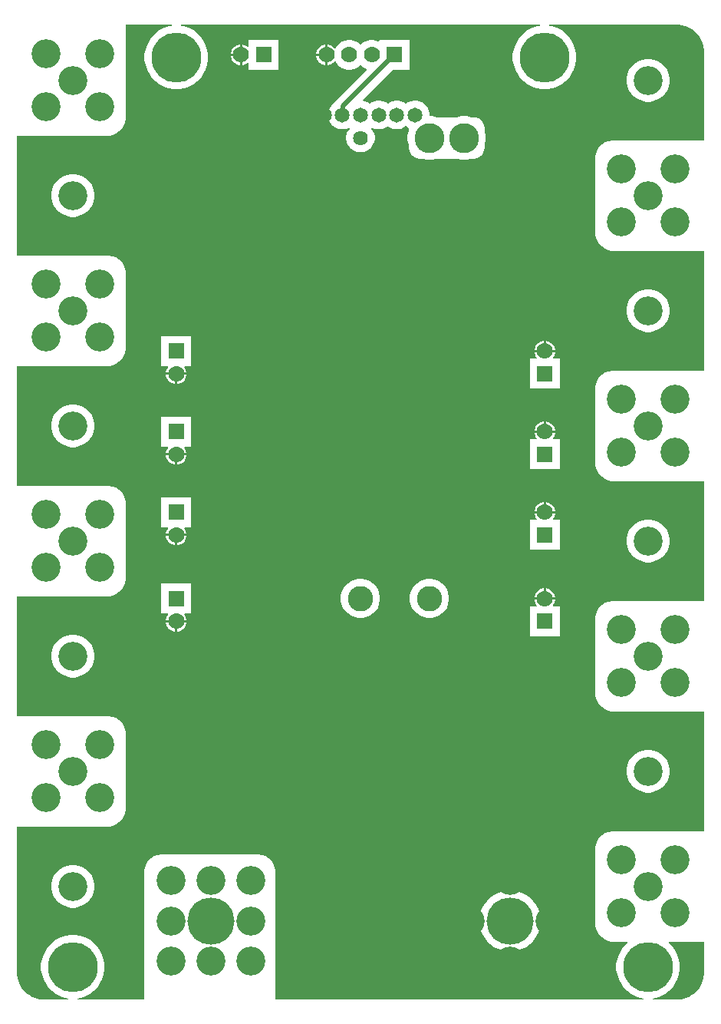
<source format=gbl>
G04*
G04 #@! TF.GenerationSoftware,Altium Limited,Altium Designer,21.0.9 (235)*
G04*
G04 Layer_Physical_Order=2*
G04 Layer_Color=16711680*
%FSLAX25Y25*%
%MOIN*%
G70*
G04*
G04 #@! TF.SameCoordinates,48245F2E-F664-4D94-B968-13FC6DAFA765*
G04*
G04*
G04 #@! TF.FilePolarity,Positive*
G04*
G01*
G75*
%ADD29R,0.07000X0.07000*%
%ADD30C,0.07000*%
%ADD31R,0.07000X0.07000*%
%ADD45C,0.02000*%
%ADD47C,0.06400*%
%ADD48C,0.11000*%
%ADD49C,0.13000*%
%ADD50C,0.06500*%
%ADD51C,0.20472*%
%ADD52C,0.12598*%
%ADD53C,0.21654*%
%ADD54C,0.05000*%
G36*
X289787Y423997D02*
X291268Y423600D01*
X292685Y423013D01*
X294012Y422247D01*
X295229Y421313D01*
X296313Y420229D01*
X297247Y419012D01*
X298013Y417685D01*
X298600Y416268D01*
X298997Y414787D01*
X299197Y413267D01*
Y412500D01*
Y374000D01*
X260000Y374000D01*
X259212D01*
X257666Y373693D01*
X256211Y373090D01*
X254900Y372214D01*
X253786Y371100D01*
X252910Y369789D01*
X252308Y368334D01*
X252000Y366788D01*
X252000Y366000D01*
X252000Y366000D01*
X252000Y366000D01*
X252000Y334000D01*
Y333212D01*
X252308Y331666D01*
X252910Y330211D01*
X253786Y328900D01*
X254900Y327786D01*
X256211Y326910D01*
X257666Y326308D01*
X259212Y326000D01*
X260000Y326000D01*
X260000Y326000D01*
X299197Y326000D01*
Y274000D01*
X260000Y274000D01*
X259212D01*
X257666Y273693D01*
X256211Y273090D01*
X254900Y272214D01*
X253786Y271100D01*
X252910Y269789D01*
X252308Y268334D01*
X252000Y266788D01*
X252000Y266000D01*
X252000Y266000D01*
X252000Y266000D01*
X252000Y234000D01*
Y233212D01*
X252308Y231666D01*
X252910Y230211D01*
X253786Y228900D01*
X254900Y227786D01*
X256211Y226910D01*
X257666Y226308D01*
X259212Y226000D01*
X260000Y226000D01*
X260000Y226000D01*
X299197Y226000D01*
Y174000D01*
X260000Y174000D01*
X259212D01*
X257666Y173693D01*
X256211Y173090D01*
X254900Y172214D01*
X253786Y171100D01*
X252910Y169789D01*
X252308Y168333D01*
X252000Y166788D01*
X252000Y166000D01*
X252000Y166000D01*
X252000Y166000D01*
X252000Y134000D01*
Y133212D01*
X252308Y131667D01*
X252910Y130211D01*
X253786Y128900D01*
X254900Y127786D01*
X256211Y126910D01*
X257666Y126307D01*
X259212Y126000D01*
X260000Y126000D01*
X260000Y126000D01*
X299197Y126000D01*
Y74000D01*
X260000Y74000D01*
X259212D01*
X257666Y73693D01*
X256211Y73089D01*
X254900Y72214D01*
X253786Y71100D01*
X252910Y69789D01*
X252308Y68334D01*
X252000Y66788D01*
X252000Y66000D01*
X252000Y66000D01*
X252000Y66000D01*
X252000Y34000D01*
Y33212D01*
X252308Y31666D01*
X252910Y30211D01*
X253786Y28900D01*
X254900Y27786D01*
X256211Y26910D01*
X257666Y26307D01*
X259212Y26000D01*
X260000Y26000D01*
X260000Y26000D01*
X265845D01*
X265904Y25818D01*
X265946Y25500D01*
X264454Y24008D01*
X263174Y22247D01*
X262186Y20308D01*
X261514Y18238D01*
X261173Y16088D01*
Y13912D01*
X261514Y11762D01*
X262186Y9692D01*
X263174Y7753D01*
X264454Y5993D01*
X265992Y4453D01*
X267753Y3174D01*
X269692Y2186D01*
X271762Y1514D01*
X273094Y1303D01*
X273055Y803D01*
X113000D01*
X113000Y56000D01*
X113000Y56000D01*
X113000Y56000D01*
X113000Y56788D01*
X112692Y58333D01*
X112089Y59789D01*
X111214Y61100D01*
X110100Y62214D01*
X108789Y63089D01*
X107334Y63692D01*
X105788Y64000D01*
X105000D01*
X64000Y64000D01*
X64000Y64000D01*
X63212Y64000D01*
X61666Y63693D01*
X60211Y63090D01*
X58900Y62214D01*
X57786Y61100D01*
X56910Y59789D01*
X56307Y58333D01*
X56000Y56788D01*
X56000Y56000D01*
X56000Y803D01*
X26945D01*
X26906Y1303D01*
X28238Y1514D01*
X30308Y2186D01*
X32247Y3174D01*
X34007Y4453D01*
X35546Y5993D01*
X36826Y7753D01*
X37814Y9692D01*
X38486Y11762D01*
X38827Y13912D01*
Y16088D01*
X38486Y18238D01*
X37814Y20308D01*
X36826Y22247D01*
X35546Y24008D01*
X34007Y25547D01*
X32247Y26826D01*
X30308Y27814D01*
X28238Y28486D01*
X26088Y28827D01*
X23912D01*
X21762Y28486D01*
X19692Y27814D01*
X17753Y26826D01*
X15992Y25547D01*
X14454Y24008D01*
X13174Y22247D01*
X12186Y20308D01*
X11514Y18238D01*
X11173Y16088D01*
Y13912D01*
X11514Y11762D01*
X12186Y9692D01*
X13174Y7753D01*
X14454Y5993D01*
X15992Y4453D01*
X17753Y3174D01*
X19692Y2186D01*
X21762Y1514D01*
X23094Y1303D01*
X23054Y803D01*
X11733D01*
X10213Y1003D01*
X8732Y1400D01*
X7315Y1987D01*
X5987Y2753D01*
X4771Y3687D01*
X3687Y4771D01*
X2753Y5987D01*
X1987Y7315D01*
X1400Y8732D01*
X1003Y10213D01*
X803Y11733D01*
Y12500D01*
Y76000D01*
X40788D01*
X42333Y76307D01*
X43789Y76911D01*
X45100Y77786D01*
X46214Y78900D01*
X47089Y80211D01*
X47692Y81666D01*
X48000Y83212D01*
X48000Y84000D01*
X48000Y84000D01*
X48000Y84000D01*
Y116000D01*
Y116788D01*
X47692Y118333D01*
X47089Y119789D01*
X46214Y121100D01*
X45100Y122214D01*
X43789Y123090D01*
X42333Y123693D01*
X40788Y124000D01*
X40000Y124000D01*
X40000Y124000D01*
Y124000D01*
X803Y124000D01*
Y176000D01*
X40788D01*
X42333Y176307D01*
X43789Y176910D01*
X45100Y177786D01*
X46214Y178900D01*
X47089Y180211D01*
X47692Y181667D01*
X48000Y183212D01*
X48000Y184000D01*
X48000Y184000D01*
X48000Y184000D01*
Y216000D01*
Y216788D01*
X47692Y218334D01*
X47089Y219789D01*
X46214Y221100D01*
X45100Y222214D01*
X43789Y223090D01*
X42333Y223692D01*
X40788Y224000D01*
X40000Y224000D01*
X40000Y224000D01*
Y224000D01*
X803Y224000D01*
Y276000D01*
X40788D01*
X42333Y276307D01*
X43789Y276910D01*
X45100Y277786D01*
X46214Y278900D01*
X47089Y280211D01*
X47692Y281666D01*
X48000Y283212D01*
X48000Y284000D01*
X48000Y284000D01*
X48000Y284000D01*
Y316000D01*
Y316788D01*
X47692Y318334D01*
X47089Y319789D01*
X46214Y321100D01*
X45100Y322214D01*
X43789Y323090D01*
X42333Y323692D01*
X40788Y324000D01*
X40000Y324000D01*
X40000Y324000D01*
Y324000D01*
X803Y324000D01*
Y376000D01*
X40788D01*
X42333Y376307D01*
X43789Y376910D01*
X45100Y377786D01*
X46214Y378900D01*
X47089Y380211D01*
X47692Y381666D01*
X48000Y383212D01*
X48000Y384000D01*
X48000Y384000D01*
X48000Y424197D01*
X68054D01*
X68094Y423697D01*
X66762Y423486D01*
X64692Y422814D01*
X62753Y421826D01*
X60992Y420546D01*
X59453Y419007D01*
X58174Y417247D01*
X57186Y415308D01*
X56514Y413238D01*
X56173Y411088D01*
Y408912D01*
X56514Y406762D01*
X57186Y404692D01*
X58174Y402753D01*
X59453Y400992D01*
X60992Y399453D01*
X62753Y398174D01*
X64692Y397186D01*
X66762Y396514D01*
X68912Y396173D01*
X71088D01*
X73238Y396514D01*
X75308Y397186D01*
X77247Y398174D01*
X79008Y399453D01*
X80546Y400992D01*
X81826Y402753D01*
X82814Y404692D01*
X83486Y406762D01*
X83827Y408912D01*
Y411088D01*
X83486Y413238D01*
X82814Y415308D01*
X81826Y417247D01*
X80546Y419007D01*
X79008Y420546D01*
X77247Y421826D01*
X75308Y422814D01*
X73238Y423486D01*
X71906Y423697D01*
X71946Y424197D01*
X228054D01*
X228094Y423697D01*
X226762Y423486D01*
X224692Y422814D01*
X222753Y421826D01*
X220992Y420546D01*
X219454Y419007D01*
X218174Y417247D01*
X217186Y415308D01*
X216514Y413238D01*
X216173Y411088D01*
Y408912D01*
X216514Y406762D01*
X217186Y404692D01*
X218174Y402753D01*
X219454Y400992D01*
X220992Y399453D01*
X222753Y398174D01*
X224692Y397186D01*
X226762Y396514D01*
X228912Y396173D01*
X231088D01*
X233238Y396514D01*
X235308Y397186D01*
X237247Y398174D01*
X239007Y399453D01*
X240546Y400992D01*
X241826Y402753D01*
X242814Y404692D01*
X243486Y406762D01*
X243827Y408912D01*
Y411088D01*
X243486Y413238D01*
X242814Y415308D01*
X241826Y417247D01*
X240546Y419007D01*
X239007Y420546D01*
X237247Y421826D01*
X235308Y422814D01*
X233238Y423486D01*
X231906Y423697D01*
X231945Y424197D01*
X288267D01*
X289787Y423997D01*
D02*
G37*
G36*
X299197Y26000D02*
Y12500D01*
Y11733D01*
X298997Y10213D01*
X298600Y8732D01*
X298013Y7315D01*
X297247Y5987D01*
X296313Y4771D01*
X295229Y3687D01*
X294012Y2753D01*
X292685Y1987D01*
X291268Y1400D01*
X289787Y1003D01*
X288267Y803D01*
X276945D01*
X276906Y1303D01*
X278238Y1514D01*
X280308Y2186D01*
X282247Y3174D01*
X284008Y4453D01*
X285546Y5993D01*
X286826Y7753D01*
X287814Y9692D01*
X288486Y11762D01*
X288827Y13912D01*
Y16088D01*
X288486Y18238D01*
X287814Y20308D01*
X286826Y22247D01*
X285546Y24008D01*
X284054Y25500D01*
X284096Y25818D01*
X284155Y26000D01*
X299197Y26000D01*
D02*
G37*
%LPC*%
G36*
X171264Y417567D02*
X158264D01*
Y417217D01*
X157764Y416925D01*
X156817Y417317D01*
X155561Y417567D01*
X154281D01*
X153025Y417317D01*
X151842Y416827D01*
X150778Y416116D01*
X150000Y415338D01*
X149222Y416116D01*
X148158Y416827D01*
X146975Y417317D01*
X145719Y417567D01*
X144439D01*
X143183Y417317D01*
X142000Y416827D01*
X140935Y416116D01*
X140030Y415210D01*
X139319Y414146D01*
X139262Y414010D01*
X138702Y413965D01*
X137999Y414668D01*
X136973Y415260D01*
X135829Y415567D01*
X135736D01*
Y411067D01*
Y406567D01*
X135829D01*
X136973Y406874D01*
X137999Y407466D01*
X138702Y408169D01*
X139262Y408123D01*
X139319Y407988D01*
X140030Y406923D01*
X140935Y406018D01*
X142000Y405307D01*
X143183Y404817D01*
X144439Y404567D01*
X145719D01*
X146975Y404817D01*
X148158Y405307D01*
X149222Y406018D01*
X150000Y406796D01*
X150778Y406018D01*
X151842Y405307D01*
X152456Y405053D01*
X152553Y404562D01*
X139611Y391620D01*
X138970Y390785D01*
X138765Y390288D01*
X138116Y389855D01*
X137245Y388984D01*
X136561Y387961D01*
X136090Y386823D01*
X135850Y385616D01*
Y384384D01*
X136090Y383177D01*
X136561Y382039D01*
X137245Y381016D01*
X138116Y380145D01*
X139139Y379461D01*
X140277Y378990D01*
X141484Y378750D01*
X142716D01*
X143923Y378990D01*
X144933Y379409D01*
X145217Y378985D01*
X145184Y378952D01*
X144506Y377937D01*
X144038Y376809D01*
X143800Y375611D01*
Y374389D01*
X144038Y373191D01*
X144506Y372063D01*
X145184Y371048D01*
X146048Y370184D01*
X147063Y369506D01*
X148191Y369038D01*
X149389Y368800D01*
X150611D01*
X151809Y369038D01*
X152937Y369506D01*
X153952Y370184D01*
X154816Y371048D01*
X155494Y372063D01*
X155962Y373191D01*
X156200Y374389D01*
Y375611D01*
X155962Y376809D01*
X155494Y377937D01*
X154816Y378952D01*
X154783Y378985D01*
X155067Y379409D01*
X156077Y378990D01*
X157284Y378750D01*
X158516D01*
X159723Y378990D01*
X160861Y379461D01*
X161850Y380122D01*
X162839Y379461D01*
X163977Y378990D01*
X165184Y378750D01*
X166416D01*
X167623Y378990D01*
X168761Y379461D01*
X169750Y380122D01*
X170739Y379461D01*
X171000Y379353D01*
X171000Y379000D01*
Y378097D01*
X170865Y377771D01*
X170500Y375936D01*
Y374064D01*
X170865Y372229D01*
X171000Y371903D01*
Y371000D01*
X171000Y371000D01*
X171000Y370508D01*
X171192Y369542D01*
X171569Y368632D01*
X172116Y367813D01*
X172813Y367116D01*
X173632Y366569D01*
X174541Y366192D01*
X175507Y366000D01*
X176903D01*
X177229Y365865D01*
X179064Y365500D01*
X180936D01*
X182771Y365865D01*
X183097Y366000D01*
X191903Y366000D01*
X192229Y365865D01*
X194064Y365500D01*
X195936D01*
X197771Y365865D01*
X198097Y366000D01*
X199000D01*
X199492Y366000D01*
X200458Y366192D01*
X201368Y366569D01*
X202187Y367116D01*
X202884Y367813D01*
X203431Y368632D01*
X203808Y369542D01*
X204000Y370508D01*
X204000Y371000D01*
Y371903D01*
X204135Y372229D01*
X204500Y374064D01*
Y375936D01*
X204135Y377771D01*
X204000Y378097D01*
Y379000D01*
X204000Y379000D01*
X204000Y379000D01*
X204000Y379492D01*
X203808Y380458D01*
X203431Y381368D01*
X202884Y382187D01*
X202187Y382884D01*
X201368Y383431D01*
X200458Y383808D01*
X199492Y384000D01*
X198097D01*
X197771Y384135D01*
X195936Y384500D01*
X194064D01*
X192229Y384135D01*
X191903Y384000D01*
X183097Y384000D01*
X182771Y384135D01*
X180936Y384500D01*
X179950D01*
Y385616D01*
X179710Y386823D01*
X179239Y387961D01*
X178555Y388984D01*
X177684Y389855D01*
X176661Y390539D01*
X175523Y391010D01*
X174316Y391250D01*
X173084D01*
X171877Y391010D01*
X170739Y390539D01*
X169750Y389878D01*
X168761Y390539D01*
X167623Y391010D01*
X166416Y391250D01*
X165184D01*
X163977Y391010D01*
X162839Y390539D01*
X161850Y389878D01*
X160861Y390539D01*
X159723Y391010D01*
X158516Y391250D01*
X157284D01*
X156077Y391010D01*
X154939Y390539D01*
X153950Y389878D01*
X152961Y390539D01*
X151823Y391010D01*
X151167Y391140D01*
X151021Y391619D01*
X163970Y404567D01*
X171264D01*
Y417567D01*
D02*
G37*
G36*
X114421D02*
X101421D01*
Y414742D01*
X100959Y414550D01*
X100842Y414668D01*
X99816Y415260D01*
X98671Y415567D01*
X98579D01*
Y411067D01*
Y406567D01*
X98671D01*
X99816Y406874D01*
X100842Y407466D01*
X100959Y407584D01*
X101421Y407392D01*
Y404567D01*
X114421D01*
Y417567D01*
D02*
G37*
G36*
X134736Y415567D02*
X134644D01*
X133499Y415260D01*
X132473Y414668D01*
X131635Y413830D01*
X131043Y412804D01*
X130736Y411659D01*
Y411567D01*
X134736D01*
Y415567D01*
D02*
G37*
G36*
X97579D02*
X97486D01*
X96342Y415260D01*
X95316Y414668D01*
X94478Y413830D01*
X93885Y412804D01*
X93579Y411659D01*
Y411567D01*
X97579D01*
Y415567D01*
D02*
G37*
G36*
X134736Y410567D02*
X130736D01*
Y410474D01*
X131043Y409330D01*
X131635Y408304D01*
X132473Y407466D01*
X133499Y406874D01*
X134644Y406567D01*
X134736D01*
Y410567D01*
D02*
G37*
G36*
X97579D02*
X93579D01*
Y410474D01*
X93885Y409330D01*
X94478Y408304D01*
X95316Y407466D01*
X96342Y406874D01*
X97486Y406567D01*
X97579D01*
Y410567D01*
D02*
G37*
G36*
X275916Y409299D02*
X274084D01*
X272288Y408942D01*
X270595Y408241D01*
X269072Y407223D01*
X267777Y405928D01*
X266759Y404405D01*
X266058Y402712D01*
X265701Y400916D01*
Y399084D01*
X266058Y397288D01*
X266759Y395595D01*
X267777Y394072D01*
X269072Y392777D01*
X270595Y391759D01*
X272288Y391058D01*
X274084Y390701D01*
X275916D01*
X277712Y391058D01*
X279405Y391759D01*
X280928Y392777D01*
X282223Y394072D01*
X283241Y395595D01*
X283942Y397288D01*
X284299Y399084D01*
Y400916D01*
X283942Y402712D01*
X283241Y404405D01*
X282223Y405928D01*
X280928Y407223D01*
X279405Y408241D01*
X277712Y408942D01*
X275916Y409299D01*
D02*
G37*
G36*
X25916Y359299D02*
X24084D01*
X22287Y358942D01*
X20595Y358241D01*
X19072Y357223D01*
X17777Y355928D01*
X16759Y354405D01*
X16058Y352712D01*
X15701Y350916D01*
Y349084D01*
X16058Y347288D01*
X16759Y345595D01*
X17777Y344072D01*
X19072Y342777D01*
X20595Y341759D01*
X22287Y341058D01*
X24084Y340701D01*
X25916D01*
X27713Y341058D01*
X29405Y341759D01*
X30928Y342777D01*
X32223Y344072D01*
X33241Y345595D01*
X33942Y347288D01*
X34299Y349084D01*
Y350916D01*
X33942Y352712D01*
X33241Y354405D01*
X32223Y355928D01*
X30928Y357223D01*
X29405Y358241D01*
X27713Y358942D01*
X25916Y359299D01*
D02*
G37*
G36*
X275916Y309299D02*
X274084D01*
X272288Y308942D01*
X270595Y308241D01*
X269072Y307223D01*
X267777Y305928D01*
X266759Y304405D01*
X266058Y302712D01*
X265701Y300916D01*
Y299084D01*
X266058Y297288D01*
X266759Y295595D01*
X267777Y294072D01*
X269072Y292777D01*
X270595Y291759D01*
X272288Y291058D01*
X274084Y290701D01*
X275916D01*
X277712Y291058D01*
X279405Y291759D01*
X280928Y292777D01*
X282223Y294072D01*
X283241Y295595D01*
X283942Y297288D01*
X284299Y299084D01*
Y300916D01*
X283942Y302712D01*
X283241Y304405D01*
X282223Y305928D01*
X280928Y307223D01*
X279405Y308241D01*
X277712Y308942D01*
X275916Y309299D01*
D02*
G37*
G36*
X230659Y286921D02*
X230567D01*
Y282921D01*
X234567D01*
Y283014D01*
X234260Y284158D01*
X233668Y285184D01*
X232830Y286022D01*
X231804Y286615D01*
X230659Y286921D01*
D02*
G37*
G36*
X229567D02*
X229474D01*
X228330Y286615D01*
X227304Y286022D01*
X226466Y285184D01*
X225874Y284158D01*
X225567Y283014D01*
Y282921D01*
X229567D01*
Y286921D01*
D02*
G37*
G36*
X76433Y288921D02*
X63433D01*
Y275921D01*
X66258D01*
X66450Y275459D01*
X66332Y275342D01*
X65740Y274316D01*
X65433Y273171D01*
Y273079D01*
X69933D01*
X74433D01*
Y273171D01*
X74126Y274316D01*
X73534Y275342D01*
X73416Y275459D01*
X73608Y275921D01*
X76433D01*
Y288921D01*
D02*
G37*
G36*
X74433Y272079D02*
X70433D01*
Y268079D01*
X70525D01*
X71670Y268385D01*
X72696Y268978D01*
X73534Y269816D01*
X74126Y270842D01*
X74433Y271986D01*
Y272079D01*
D02*
G37*
G36*
X69433D02*
X65433D01*
Y271986D01*
X65740Y270842D01*
X66332Y269816D01*
X67170Y268978D01*
X68196Y268385D01*
X69341Y268079D01*
X69433D01*
Y272079D01*
D02*
G37*
G36*
X234567Y281921D02*
X230067D01*
X225567D01*
Y281829D01*
X225874Y280684D01*
X226466Y279658D01*
X226584Y279541D01*
X226392Y279079D01*
X223567D01*
Y266079D01*
X236567D01*
Y279079D01*
X233742D01*
X233550Y279541D01*
X233668Y279658D01*
X234260Y280684D01*
X234567Y281829D01*
Y281921D01*
D02*
G37*
G36*
X230659Y251921D02*
X230567D01*
Y247921D01*
X234567D01*
Y248014D01*
X234260Y249158D01*
X233668Y250184D01*
X232830Y251022D01*
X231804Y251615D01*
X230659Y251921D01*
D02*
G37*
G36*
X229567D02*
X229474D01*
X228330Y251615D01*
X227304Y251022D01*
X226466Y250184D01*
X225874Y249158D01*
X225567Y248014D01*
Y247921D01*
X229567D01*
Y251921D01*
D02*
G37*
G36*
X25916Y259299D02*
X24084D01*
X22287Y258942D01*
X20595Y258241D01*
X19072Y257223D01*
X17777Y255928D01*
X16759Y254405D01*
X16058Y252712D01*
X15701Y250916D01*
Y249084D01*
X16058Y247288D01*
X16759Y245595D01*
X17777Y244072D01*
X19072Y242777D01*
X20595Y241759D01*
X22287Y241058D01*
X24084Y240701D01*
X25916D01*
X27713Y241058D01*
X29405Y241759D01*
X30928Y242777D01*
X32223Y244072D01*
X33241Y245595D01*
X33942Y247288D01*
X34299Y249084D01*
Y250916D01*
X33942Y252712D01*
X33241Y254405D01*
X32223Y255928D01*
X30928Y257223D01*
X29405Y258241D01*
X27713Y258942D01*
X25916Y259299D01*
D02*
G37*
G36*
X76433Y253921D02*
X63433D01*
Y240921D01*
X66258D01*
X66450Y240459D01*
X66332Y240342D01*
X65740Y239316D01*
X65433Y238171D01*
Y238079D01*
X69933D01*
X74433D01*
Y238171D01*
X74126Y239316D01*
X73534Y240342D01*
X73416Y240459D01*
X73608Y240921D01*
X76433D01*
Y253921D01*
D02*
G37*
G36*
X74433Y237079D02*
X70433D01*
Y233079D01*
X70525D01*
X71670Y233385D01*
X72696Y233978D01*
X73534Y234816D01*
X74126Y235842D01*
X74433Y236986D01*
Y237079D01*
D02*
G37*
G36*
X69433D02*
X65433D01*
Y236986D01*
X65740Y235842D01*
X66332Y234816D01*
X67170Y233978D01*
X68196Y233385D01*
X69341Y233079D01*
X69433D01*
Y237079D01*
D02*
G37*
G36*
X234567Y246921D02*
X230067D01*
X225567D01*
Y246829D01*
X225874Y245684D01*
X226466Y244658D01*
X226584Y244541D01*
X226392Y244079D01*
X223567D01*
Y231079D01*
X236567D01*
Y244079D01*
X233742D01*
X233550Y244541D01*
X233668Y244658D01*
X234260Y245684D01*
X234567Y246829D01*
Y246921D01*
D02*
G37*
G36*
X230659Y216921D02*
X230567D01*
Y212921D01*
X234567D01*
Y213014D01*
X234260Y214158D01*
X233668Y215184D01*
X232830Y216022D01*
X231804Y216615D01*
X230659Y216921D01*
D02*
G37*
G36*
X229567D02*
X229474D01*
X228330Y216615D01*
X227304Y216022D01*
X226466Y215184D01*
X225874Y214158D01*
X225567Y213014D01*
Y212921D01*
X229567D01*
Y216921D01*
D02*
G37*
G36*
X76433Y218921D02*
X63433D01*
Y205921D01*
X66258D01*
X66450Y205459D01*
X66332Y205342D01*
X65740Y204316D01*
X65433Y203171D01*
Y203079D01*
X69933D01*
X74433D01*
Y203171D01*
X74126Y204316D01*
X73534Y205342D01*
X73416Y205459D01*
X73608Y205921D01*
X76433D01*
Y218921D01*
D02*
G37*
G36*
X74433Y202079D02*
X70433D01*
Y198079D01*
X70525D01*
X71670Y198385D01*
X72696Y198978D01*
X73534Y199816D01*
X74126Y200842D01*
X74433Y201986D01*
Y202079D01*
D02*
G37*
G36*
X69433D02*
X65433D01*
Y201986D01*
X65740Y200842D01*
X66332Y199816D01*
X67170Y198978D01*
X68196Y198385D01*
X69341Y198079D01*
X69433D01*
Y202079D01*
D02*
G37*
G36*
X234567Y211921D02*
X230067D01*
X225567D01*
Y211829D01*
X225874Y210684D01*
X226466Y209658D01*
X226584Y209541D01*
X226392Y209079D01*
X223567D01*
Y196079D01*
X236567D01*
Y209079D01*
X233742D01*
X233550Y209541D01*
X233668Y209658D01*
X234260Y210684D01*
X234567Y211829D01*
Y211921D01*
D02*
G37*
G36*
X275916Y209299D02*
X274084D01*
X272288Y208942D01*
X270595Y208241D01*
X269072Y207223D01*
X267777Y205928D01*
X266759Y204405D01*
X266058Y202712D01*
X265701Y200916D01*
Y199084D01*
X266058Y197287D01*
X266759Y195595D01*
X267777Y194072D01*
X269072Y192777D01*
X270595Y191759D01*
X272288Y191058D01*
X274084Y190701D01*
X275916D01*
X277712Y191058D01*
X279405Y191759D01*
X280928Y192777D01*
X282223Y194072D01*
X283241Y195595D01*
X283942Y197287D01*
X284299Y199084D01*
Y200916D01*
X283942Y202712D01*
X283241Y204405D01*
X282223Y205928D01*
X280928Y207223D01*
X279405Y208241D01*
X277712Y208942D01*
X275916Y209299D01*
D02*
G37*
G36*
X230659Y179421D02*
X230567D01*
Y175421D01*
X234567D01*
Y175514D01*
X234260Y176658D01*
X233668Y177684D01*
X232830Y178522D01*
X231804Y179115D01*
X230659Y179421D01*
D02*
G37*
G36*
X229567D02*
X229474D01*
X228330Y179115D01*
X227304Y178522D01*
X226466Y177684D01*
X225874Y176658D01*
X225567Y175514D01*
Y175421D01*
X229567D01*
Y179421D01*
D02*
G37*
G36*
X180837Y183500D02*
X179163D01*
X177521Y183173D01*
X175974Y182533D01*
X174582Y181602D01*
X173398Y180418D01*
X172467Y179026D01*
X171827Y177479D01*
X171500Y175837D01*
Y174163D01*
X171827Y172521D01*
X172467Y170974D01*
X173398Y169582D01*
X174582Y168398D01*
X175974Y167467D01*
X177521Y166827D01*
X179163Y166500D01*
X180837D01*
X182479Y166827D01*
X184026Y167467D01*
X185418Y168398D01*
X186602Y169582D01*
X187533Y170974D01*
X188173Y172521D01*
X188500Y174163D01*
Y175837D01*
X188173Y177479D01*
X187533Y179026D01*
X186602Y180418D01*
X185418Y181602D01*
X184026Y182533D01*
X182479Y183173D01*
X180837Y183500D01*
D02*
G37*
G36*
X150837D02*
X149163D01*
X147521Y183173D01*
X145974Y182533D01*
X144582Y181602D01*
X143398Y180418D01*
X142467Y179026D01*
X141827Y177479D01*
X141500Y175837D01*
Y174163D01*
X141827Y172521D01*
X142467Y170974D01*
X143398Y169582D01*
X144582Y168398D01*
X145974Y167467D01*
X147521Y166827D01*
X149163Y166500D01*
X150837D01*
X152479Y166827D01*
X154026Y167467D01*
X155418Y168398D01*
X156602Y169582D01*
X157533Y170974D01*
X158173Y172521D01*
X158500Y174163D01*
Y175837D01*
X158173Y177479D01*
X157533Y179026D01*
X156602Y180418D01*
X155418Y181602D01*
X154026Y182533D01*
X152479Y183173D01*
X150837Y183500D01*
D02*
G37*
G36*
X76433Y181421D02*
X63433D01*
Y168421D01*
X66258D01*
X66450Y167959D01*
X66332Y167842D01*
X65740Y166816D01*
X65433Y165671D01*
Y165579D01*
X69933D01*
Y165079D01*
D01*
Y165579D01*
X74433D01*
Y165671D01*
X74126Y166816D01*
X73534Y167842D01*
X73416Y167959D01*
X73608Y168421D01*
X76433D01*
Y181421D01*
D02*
G37*
G36*
X74433Y164579D02*
X70433D01*
Y160579D01*
X70525D01*
X71670Y160885D01*
X72696Y161478D01*
X73534Y162316D01*
X74126Y163342D01*
X74433Y164486D01*
Y164579D01*
D02*
G37*
G36*
X69433D02*
X65433D01*
Y164486D01*
X65740Y163342D01*
X66332Y162316D01*
X67170Y161478D01*
X68196Y160885D01*
X69341Y160579D01*
X69433D01*
Y164579D01*
D02*
G37*
G36*
X234567Y174421D02*
X230067D01*
X225567D01*
Y174329D01*
X225874Y173184D01*
X226466Y172158D01*
X226584Y172041D01*
X226392Y171579D01*
X223567D01*
Y158579D01*
X236567D01*
Y171579D01*
X233742D01*
X233550Y172041D01*
X233668Y172158D01*
X234260Y173184D01*
X234567Y174329D01*
Y174421D01*
D02*
G37*
G36*
X25916Y159299D02*
X24084D01*
X22287Y158942D01*
X20595Y158241D01*
X19072Y157223D01*
X17777Y155928D01*
X16759Y154405D01*
X16058Y152713D01*
X15701Y150916D01*
Y149084D01*
X16058Y147287D01*
X16759Y145595D01*
X17777Y144072D01*
X19072Y142777D01*
X20595Y141759D01*
X22287Y141058D01*
X24084Y140701D01*
X25916D01*
X27713Y141058D01*
X29405Y141759D01*
X30928Y142777D01*
X32223Y144072D01*
X33241Y145595D01*
X33942Y147287D01*
X34299Y149084D01*
Y150916D01*
X33942Y152713D01*
X33241Y154405D01*
X32223Y155928D01*
X30928Y157223D01*
X29405Y158241D01*
X27713Y158942D01*
X25916Y159299D01*
D02*
G37*
G36*
X275916Y109299D02*
X274084D01*
X272288Y108942D01*
X270595Y108241D01*
X269072Y107223D01*
X267777Y105928D01*
X266759Y104405D01*
X266058Y102713D01*
X265701Y100916D01*
Y99084D01*
X266058Y97287D01*
X266759Y95595D01*
X267777Y94072D01*
X269072Y92777D01*
X270595Y91759D01*
X272288Y91058D01*
X274084Y90701D01*
X275916D01*
X277712Y91058D01*
X279405Y91759D01*
X280928Y92777D01*
X282223Y94072D01*
X283241Y95595D01*
X283942Y97287D01*
X284299Y99084D01*
Y100916D01*
X283942Y102713D01*
X283241Y104405D01*
X282223Y105928D01*
X280928Y107223D01*
X279405Y108241D01*
X277712Y108942D01*
X275916Y109299D01*
D02*
G37*
G36*
X25916Y59299D02*
X24084D01*
X22287Y58942D01*
X20595Y58241D01*
X19072Y57223D01*
X17777Y55928D01*
X16759Y54405D01*
X16058Y52713D01*
X15701Y50916D01*
Y49084D01*
X16058Y47287D01*
X16759Y45595D01*
X17777Y44072D01*
X19072Y42777D01*
X20595Y41759D01*
X22287Y41058D01*
X24084Y40701D01*
X25916D01*
X27713Y41058D01*
X29405Y41759D01*
X30928Y42777D01*
X32223Y44072D01*
X33241Y45595D01*
X33942Y47287D01*
X34299Y49084D01*
Y50916D01*
X33942Y52713D01*
X33241Y54405D01*
X32223Y55928D01*
X30928Y57223D01*
X29405Y58241D01*
X27713Y58942D01*
X25916Y59299D01*
D02*
G37*
G36*
X216042Y48236D02*
X213958D01*
X211900Y47910D01*
X209919Y47267D01*
X208063Y46321D01*
X206377Y45096D01*
X204904Y43623D01*
X203679Y41937D01*
X202733Y40081D01*
X202090Y38100D01*
X201764Y36042D01*
Y33958D01*
X202090Y31901D01*
X202733Y29919D01*
X203679Y28063D01*
X204904Y26377D01*
X206377Y24904D01*
X208063Y23679D01*
X209919Y22734D01*
X211900Y22090D01*
X213958Y21764D01*
X216042D01*
X218099Y22090D01*
X220081Y22734D01*
X221937Y23679D01*
X223623Y24904D01*
X225096Y26377D01*
X226321Y28063D01*
X227267Y29919D01*
X227910Y31901D01*
X228236Y33958D01*
Y36042D01*
X227910Y38100D01*
X227267Y40081D01*
X226321Y41937D01*
X225096Y43623D01*
X223623Y45096D01*
X221937Y46321D01*
X220081Y47267D01*
X218099Y47910D01*
X216042Y48236D01*
D02*
G37*
%LPD*%
D29*
X164764Y411067D02*
D03*
X107921D02*
D03*
D30*
X154921D02*
D03*
X145079D02*
D03*
X135236D02*
D03*
X98079D02*
D03*
X69933Y202579D02*
D03*
Y165079D02*
D03*
Y237579D02*
D03*
Y272579D02*
D03*
X230067Y282421D02*
D03*
Y247421D02*
D03*
Y212421D02*
D03*
Y174921D02*
D03*
D31*
X69933Y212421D02*
D03*
Y174921D02*
D03*
Y247421D02*
D03*
Y282421D02*
D03*
X230067Y272579D02*
D03*
Y237579D02*
D03*
Y202579D02*
D03*
Y165079D02*
D03*
D45*
X142464Y385364D02*
Y388767D01*
X164764Y411067D01*
X142100Y385000D02*
X142464Y385364D01*
D47*
X150000Y375000D02*
D03*
D48*
Y175000D02*
D03*
X180000D02*
D03*
X120000D02*
D03*
D49*
X105000Y375000D02*
D03*
X120000D02*
D03*
X180000D02*
D03*
X195000D02*
D03*
D50*
X150000Y385000D02*
D03*
X157900D02*
D03*
X165800D02*
D03*
X142100D02*
D03*
X134200D02*
D03*
X126300D02*
D03*
X173700D02*
D03*
D51*
X215000Y35000D02*
D03*
X85000D02*
D03*
D52*
X197539Y52461D02*
D03*
X215000D02*
D03*
X232461D02*
D03*
Y35000D02*
D03*
X197539D02*
D03*
Y17539D02*
D03*
X215000D02*
D03*
X232461D02*
D03*
X25000Y50000D02*
D03*
X36555Y38445D02*
D03*
X13445D02*
D03*
X36555Y61555D02*
D03*
X13445D02*
D03*
X25000Y100000D02*
D03*
X36555Y88445D02*
D03*
X13445D02*
D03*
X36555Y111555D02*
D03*
X13445D02*
D03*
X25000Y150000D02*
D03*
X36555Y138445D02*
D03*
X13445D02*
D03*
X36555Y161555D02*
D03*
X13445D02*
D03*
X25000Y200000D02*
D03*
X36555Y188445D02*
D03*
X13445D02*
D03*
X36555Y211555D02*
D03*
X13445D02*
D03*
X25000Y250000D02*
D03*
X36555Y238445D02*
D03*
X13445D02*
D03*
X36555Y261555D02*
D03*
X13445D02*
D03*
X25000Y300000D02*
D03*
X36555Y288445D02*
D03*
X13445D02*
D03*
X36555Y311555D02*
D03*
X13445D02*
D03*
X25000Y350000D02*
D03*
X36555Y338445D02*
D03*
X13445D02*
D03*
X36555Y361555D02*
D03*
X13445D02*
D03*
X25000Y400000D02*
D03*
X36555Y388445D02*
D03*
X13445D02*
D03*
X36555Y411555D02*
D03*
X13445D02*
D03*
X275000Y400000D02*
D03*
X286555Y388445D02*
D03*
X263445D02*
D03*
X286555Y411555D02*
D03*
X263445D02*
D03*
X275000Y350000D02*
D03*
X286555Y338445D02*
D03*
X263445D02*
D03*
X286555Y361555D02*
D03*
X263445D02*
D03*
X275000Y300000D02*
D03*
X286555Y288445D02*
D03*
X263445D02*
D03*
X286555Y311555D02*
D03*
X263445D02*
D03*
X275000Y250000D02*
D03*
X286555Y238445D02*
D03*
X263445D02*
D03*
X286555Y261555D02*
D03*
X263445D02*
D03*
X275000Y200000D02*
D03*
X286555Y188445D02*
D03*
X263445D02*
D03*
X286555Y211555D02*
D03*
X263445D02*
D03*
X275000Y150000D02*
D03*
X286555Y138445D02*
D03*
X263445D02*
D03*
X286555Y161555D02*
D03*
X263445D02*
D03*
X275000Y100000D02*
D03*
X286555Y88445D02*
D03*
X263445D02*
D03*
X286555Y111555D02*
D03*
X263445D02*
D03*
X275000Y50000D02*
D03*
X286555Y38445D02*
D03*
X263445D02*
D03*
X286555Y61555D02*
D03*
X263445D02*
D03*
X102461Y17539D02*
D03*
X85000D02*
D03*
X67539D02*
D03*
Y35000D02*
D03*
X102461D02*
D03*
Y52461D02*
D03*
X85000D02*
D03*
X67539D02*
D03*
D53*
X25000Y15000D02*
D03*
X230000Y410000D02*
D03*
X70000D02*
D03*
X275000Y15000D02*
D03*
D54*
X150000Y365000D02*
D03*
X202000Y415000D02*
D03*
X188000D02*
D03*
X189000Y325000D02*
D03*
X112000D02*
D03*
X99000Y225000D02*
D03*
X109000Y135000D02*
D03*
X193000Y114000D02*
D03*
X109000Y146000D02*
D03*
M02*

</source>
